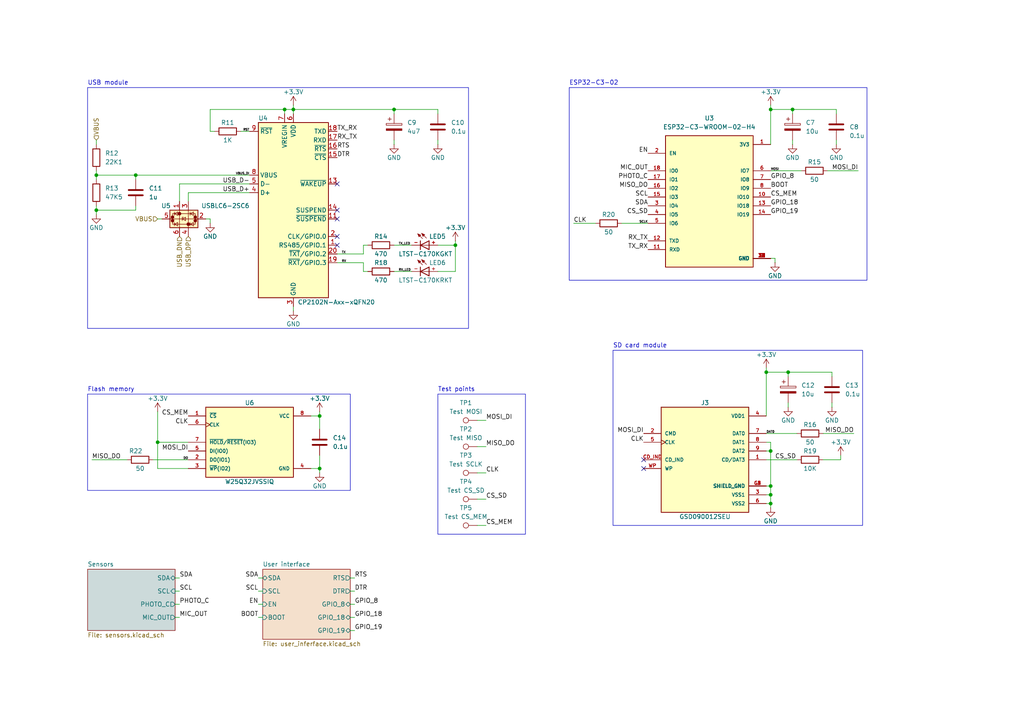
<source format=kicad_sch>
(kicad_sch (version 20250114) (generator "eeschema") (generator_version "9.0")
  (paper "A4")
  (title_block (title "ESP32 C3, USB and, flash memory") (date "2025-06-02") (rev "2") (company "Ing. Andrés Chaparro"))
  (lib_symbols
    (symbol "Connector:TestPoint" (pin_numbers (hide yes)) (pin_names (offset 0.762) (hide yes))
      (property "Reference" "TP" (at 0 6.858 0))
      (property "Value" "TestPoint" (at 0 5.08 0))
      (symbol "TestPoint_0_1"
        (circle (center 0 3.302) (radius 0.762))
      )
      (symbol "TestPoint_1_1"
        (pin passive line (at 0 0 90) (length 2.54) (name "1") (number "1"))
      )
    )
    (symbol "Device:C" (pin_numbers (hide yes)) (pin_names (offset 0.254))
      (property "Reference" "C" (at 0.635 2.54 0))
      (property "Value" "C" (at 0.635 -2.54 0))
      (symbol "C_0_1"
        (polyline (pts (xy -2.032 0.762) (xy 2.032 0.762)) (stroke (width 0.508)))
        (polyline (pts (xy -2.032 -0.762) (xy 2.032 -0.762)) (stroke (width 0.508)))
      )
      (symbol "C_1_1"
        (pin passive line (at 0 3.81 270) (length 2.794) (name "~") (number "1"))
        (pin passive line (at 0 -3.81 90) (length 2.794) (name "~") (number "2"))
      )
    )
    (symbol "Device:C_Polarized" (pin_numbers (hide yes)) (pin_names (offset 0.254))
      (property "Reference" "C" (at 0.635 2.54 0))
      (property "Value" "C_Polarized" (at 0.635 -2.54 0))
      (symbol "C_Polarized_0_1"
        (rectangle (start -2.286 0.508) (end 2.286 1.016))
        (polyline (pts (xy -1.778 2.286) (xy -0.762 2.286)))
        (polyline (pts (xy -1.27 2.794) (xy -1.27 1.778)))
        (rectangle (start 2.286 -0.508) (end -2.286 -1.016) (fill (type outline)))
      )
      (symbol "C_Polarized_1_1"
        (pin passive line (at 0 3.81 270) (length 2.794) (name "~") (number "1"))
        (pin passive line (at 0 -3.81 90) (length 2.794) (name "~") (number "2"))
      )
    )
    (symbol "Device:R" (pin_numbers (hide yes)) (pin_names (offset 0))
      (property "Reference" "R" (at 2.032 0 90))
      (property "Value" "R" (at 0 0 90))
      (symbol "R_0_1"
        (rectangle (start -1.016 -2.54) (end 1.016 2.54) (stroke (width 0.254)))
      )
      (symbol "R_1_1"
        (pin passive line (at 0 3.81 270) (length 1.27) (name "~") (number "1"))
        (pin passive line (at 0 -3.81 90) (length 1.27) (name "~") (number "2"))
      )
    )
    (symbol "ESP32-C3-WROOM-02-H4:ESP32-C3-WROOM-02-H4" (pin_names (offset 1.016))
      (property "Reference" "U" (at -12.7 21.082 0))
      (property "Value" "ESP32-C3-WROOM-02-H4" (at -12.7 -18.542 0))
      (symbol "ESP32-C3-WROOM-02-H4_0_0"
        (rectangle (start -12.7 -17.78) (end 12.7 20.32) (stroke (width 0.254)) (fill (type background)))
        (pin input line (at -17.78 15.24 0) (length 5.08) (name "EN") (number "2"))
        (pin bidirectional line (at -17.78 10.16 0) (length 5.08) (name "IO0") (number "18"))
        (pin bidirectional line (at -17.78 7.62 0) (length 5.08) (name "IO1") (number "17"))
        (pin bidirectional line (at -17.78 5.08 0) (length 5.08) (name "IO2") (number "16"))
        (pin bidirectional line (at -17.78 2.54 0) (length 5.08) (name "IO3") (number "15"))
        (pin bidirectional line (at -17.78 0 0) (length 5.08) (name "IO4") (number "3"))
        (pin bidirectional line (at -17.78 -2.54 0) (length 5.08) (name "IO5") (number "4"))
        (pin bidirectional line (at -17.78 -5.08 0) (length 5.08) (name "IO6") (number "5"))
        (pin bidirectional line (at -17.78 -10.16 0) (length 5.08) (name "TXD") (number "12"))
        (pin bidirectional line (at -17.78 -12.7 0) (length 5.08) (name "RXD") (number "11"))
        (pin power_in line (at 17.78 17.78 180) (length 5.08) (name "3V3") (number "1"))
        (pin bidirectional line (at 17.78 10.16 180) (length 5.08) (name "IO7") (number "6"))
        (pin bidirectional line (at 17.78 7.62 180) (length 5.08) (name "IO8") (number "7"))
        (pin bidirectional line (at 17.78 5.08 180) (length 5.08) (name "IO9") (number "8"))
        (pin bidirectional line (at 17.78 2.54 180) (length 5.08) (name "IO10") (number "10"))
        (pin bidirectional line (at 17.78 0 180) (length 5.08) (name "IO18") (number "13"))
        (pin bidirectional line (at 17.78 -2.54 180) (length 5.08) (name "IO19") (number "14"))
        (pin power_in line (at 17.78 -15.24 180) (length 5.08) (name "GND") (number "19"))
        (pin power_in line (at 17.78 -15.24 180) (length 5.08) (name "GND") (number "20"))
        (pin power_in line (at 17.78 -15.24 180) (length 5.08) (name "GND") (number "21"))
        (pin power_in line (at 17.78 -15.24 180) (length 5.08) (name "GND") (number "22"))
        (pin power_in line (at 17.78 -15.24 180) (length 5.08) (name "GND") (number "23"))
        (pin power_in line (at 17.78 -15.24 180) (length 5.08) (name "GND") (number "24"))
        (pin power_in line (at 17.78 -15.24 180) (length 5.08) (name "GND") (number "25"))
        (pin power_in line (at 17.78 -15.24 180) (length 5.08) (name "GND") (number "26"))
        (pin power_in line (at 17.78 -15.24 180) (length 5.08) (name "GND") (number "27"))
        (pin power_in line (at 17.78 -15.24 180) (length 5.08) (name "GND") (number "28"))
        (pin power_in line (at 17.78 -15.24 180) (length 5.08) (name "GND") (number "29"))
        (pin power_in line (at 17.78 -15.24 180) (length 5.08) (name "GND") (number "30"))
        (pin power_in line (at 17.78 -15.24 180) (length 5.08) (name "GND") (number "31"))
        (pin power_in line (at 17.78 -15.24 180) (length 5.08) (name "GND") (number "32"))
        (pin power_in line (at 17.78 -15.24 180) (length 5.08) (name "GND") (number "33"))
        (pin power_in line (at 17.78 -15.24 180) (length 5.08) (name "GND") (number "34"))
        (pin power_in line (at 17.78 -15.24 180) (length 5.08) (name "GND") (number "35"))
        (pin power_in line (at 17.78 -15.24 180) (length 5.08) (name "GND") (number "36"))
        (pin power_in line (at 17.78 -15.24 180) (length 5.08) (name "GND") (number "37"))
        (pin power_in line (at 17.78 -15.24 180) (length 5.08) (name "GND") (number "38"))
        (pin power_in line (at 17.78 -15.24 180) (length 5.08) (name "GND") (number "39"))
        (pin power_in line (at 17.78 -15.24 180) (length 5.08) (name "GND") (number "9"))
      )
    )
    (symbol "GSD090012SEU:GSD090012SEU" (pin_names (offset 1.016))
      (property "Reference" "J" (at -12.7 16.002 0))
      (property "Value" "GSD090012SEU" (at -12.7 -17.78 0))
      (symbol "GSD090012SEU_0_0"
        (rectangle (start -12.7 -15.24) (end 12.7 15.24) (stroke (width 0.254)) (fill (type background)))
        (pin bidirectional line (at -17.78 7.62 0) (length 5.08) (name "CMD") (number "2"))
        (pin bidirectional clock (at -17.78 5.08 0) (length 5.08) (name "CLK") (number "5"))
        (pin passive line (at -17.78 0 0) (length 5.08) (name "CD_IND") (number "CD_IND"))
        (pin passive line (at -17.78 -2.54 0) (length 5.08) (name "WP") (number "WP"))
        (pin power_in line (at 17.78 12.7 180) (length 5.08) (name "VDD1") (number "4"))
        (pin bidirectional line (at 17.78 7.62 180) (length 5.08) (name "DAT0") (number "7"))
        (pin bidirectional line (at 17.78 5.08 180) (length 5.08) (name "DAT1") (number "8"))
        (pin bidirectional line (at 17.78 2.54 180) (length 5.08) (name "DAT2") (number "9"))
        (pin bidirectional line (at 17.78 0 180) (length 5.08) (name "CD/DAT3") (number "1"))
        (pin power_in line (at 17.78 -7.62 180) (length 5.08) (name "SHIELD_GND") (number "G1"))
        (pin power_in line (at 17.78 -7.62 180) (length 5.08) (name "SHIELD_GND") (number "G2"))
        (pin power_in line (at 17.78 -7.62 180) (length 5.08) (name "SHIELD_GND") (number "G3"))
        (pin power_in line (at 17.78 -7.62 180) (length 5.08) (name "SHIELD_GND") (number "G4"))
        (pin power_in line (at 17.78 -10.16 180) (length 5.08) (name "VSS1") (number "3"))
        (pin power_in line (at 17.78 -12.7 180) (length 5.08) (name "VSS2") (number "6"))
      )
    )
    (symbol "Interface_USB:CP2102N-Axx-xQFN20"
      (property "Reference" "U" (at -8.89 26.67 0))
      (property "Value" "CP2102N-Axx-xQFN20" (at 12.7 26.67 0))
      (symbol "CP2102N-Axx-xQFN20_0_1"
        (rectangle (start -10.16 25.4) (end 10.16 -25.4) (stroke (width 0.254)) (fill (type background)))
      )
      (symbol "CP2102N-Axx-xQFN20_1_1"
        (pin input line (at -12.7 22.86 0) (length 2.54) (name "~{RST}") (number "9"))
        (pin input line (at -12.7 10.16 0) (length 2.54) (name "VBUS") (number "8"))
        (pin bidirectional line (at -12.7 7.62 0) (length 2.54) (name "D-") (number "5"))
        (pin bidirectional line (at -12.7 5.08 0) (length 2.54) (name "D+") (number "4"))
        (pin no_connect line (at -10.16 -22.86 0) (length 2.54) (hide yes) (name "NC") (number "10"))
        (pin power_in line (at -2.54 27.94 270) (length 2.54) (name "VREGIN") (number "7"))
        (pin power_in line (at 0 27.94 270) (length 2.54) (name "VDD") (number "6"))
        (pin passive line (at 0 -27.94 90) (length 2.54) (hide yes) (name "GND") (number "12"))
        (pin passive line (at 0 -27.94 90) (length 2.54) (hide yes) (name "GND") (number "21"))
        (pin power_in line (at 0 -27.94 90) (length 2.54) (name "GND") (number "3"))
        (pin output line (at 12.7 22.86 180) (length 2.54) (name "TXD") (number "18"))
        (pin input line (at 12.7 20.32 180) (length 2.54) (name "RXD") (number "17"))
        (pin output line (at 12.7 17.78 180) (length 2.54) (name "~{RTS}") (number "16"))
        (pin input line (at 12.7 15.24 180) (length 2.54) (name "~{CTS}") (number "15"))
        (pin input line (at 12.7 7.62 180) (length 2.54) (name "~{WAKEUP}") (number "13"))
        (pin output line (at 12.7 0 180) (length 2.54) (name "SUSPEND") (number "14"))
        (pin output line (at 12.7 -2.54 180) (length 2.54) (name "~{SUSPEND}") (number "11"))
        (pin bidirectional line (at 12.7 -7.62 180) (length 2.54) (name "CLK/GPIO.0") (number "2"))
        (pin bidirectional line (at 12.7 -10.16 180) (length 2.54) (name "RS485/GPIO.1") (number "1"))
        (pin bidirectional line (at 12.7 -12.7 180) (length 2.54) (name "~{TXT}/GPIO.2") (number "20"))
        (pin bidirectional line (at 12.7 -15.24 180) (length 2.54) (name "~{RXT}/GPIO.3") (number "19"))
      )
    )
    (symbol "LTST-C170KGKT:LTST-C170KGKT" (pin_names (offset 1.016))
      (property "Reference" "D" (at -2.0353 4.0705 0))
      (property "Value" "LTST-C170KGKT" (at -2.0323 -5.7159 0))
      (symbol "LTST-C170KGKT_0_0"
        (polyline (pts (xy -0.762 3.302) (xy 0.127 2.921) (xy -0.381 2.413) (xy -0.762 3.302)) (stroke (width 0.1524)) (fill (type outline)))
        (polyline (pts (xy 0 0) (xy 0 1.27)) (stroke (width 0.254)))
        (polyline (pts (xy 0 0) (xy 2.54 1.27)) (stroke (width 0.254)))
        (polyline (pts (xy 0 -1.27) (xy 0 0)) (stroke (width 0.254)))
        (polyline (pts (xy 0.381 3.429) (xy 1.27 3.048) (xy 0.762 2.54) (xy 0.381 3.429)) (stroke (width 0.1524)) (fill (type outline)))
        (polyline (pts (xy 0.635 1.905) (xy -0.762 3.302)) (stroke (width 0.1524)))
        (polyline (pts (xy 1.778 2.032) (xy 0.381 3.429)) (stroke (width 0.1524)))
        (polyline (pts (xy 2.54 0) (xy 0 0)) (stroke (width 0.1524)))
        (polyline (pts (xy 2.54 0) (xy 2.54 1.27)) (stroke (width 0.254)))
        (polyline (pts (xy 2.54 -1.27) (xy 0 0)) (stroke (width 0.254)))
        (polyline (pts (xy 2.54 -1.27) (xy 2.54 0)) (stroke (width 0.254)))
        (pin passive line (at -2.54 0 0) (length 2.54) (name "~") (number "-"))
        (pin passive line (at 5.08 0 180) (length 2.54) (name "~") (number "+"))
      )
    )
    (symbol "LTST-C170KRKT:LTST-C170KRKT" (pin_names (offset 1.016))
      (property "Reference" "D" (at -2.0343 4.0686 0))
      (property "Value" "LTST-C170KRKT" (at -2.0325 -5.7164 0))
      (symbol "LTST-C170KRKT_0_0"
        (polyline (pts (xy -0.762 3.302) (xy 0.127 2.921) (xy -0.381 2.413) (xy -0.762 3.302)) (stroke (width 0.1524)) (fill (type outline)))
        (polyline (pts (xy 0 0) (xy 0 1.27)) (stroke (width 0.254)))
        (polyline (pts (xy 0 0) (xy 2.54 1.27)) (stroke (width 0.254)))
        (polyline (pts (xy 0 -1.27) (xy 0 0)) (stroke (width 0.254)))
        (polyline (pts (xy 0.381 3.429) (xy 1.27 3.048) (xy 0.762 2.54) (xy 0.381 3.429)) (stroke (width 0.1524)) (fill (type outline)))
        (polyline (pts (xy 0.635 1.905) (xy -0.762 3.302)) (stroke (width 0.1524)))
        (polyline (pts (xy 1.778 2.032) (xy 0.381 3.429)) (stroke (width 0.1524)))
        (polyline (pts (xy 2.54 0) (xy 0 0)) (stroke (width 0.1524)))
        (polyline (pts (xy 2.54 0) (xy 2.54 1.27)) (stroke (width 0.254)))
        (polyline (pts (xy 2.54 -1.27) (xy 0 0)) (stroke (width 0.254)))
        (polyline (pts (xy 2.54 -1.27) (xy 2.54 0)) (stroke (width 0.254)))
        (pin passive line (at -2.54 0 0) (length 2.54) (name "~") (number "-"))
        (pin passive line (at 5.08 0 180) (length 2.54) (name "~") (number "+"))
      )
    )
    (symbol "Power_Protection:USBLC6-2SC6" (pin_names (hide yes))
      (property "Reference" "U" (at 0.635 5.715 0))
      (property "Value" "USBLC6-2SC6" (at 0.635 3.81 0))
      (symbol "USBLC6-2SC6_0_0"
        (circle (center -1.524 0) (radius 0.0001) (stroke (width 0.508)))
        (circle (center -0.508 2.032) (radius 0.0001) (stroke (width 0.508)))
        (circle (center -0.508 -4.572) (radius 0.0001) (stroke (width 0.508)))
        (circle (center 0.508 2.032) (radius 0.0001) (stroke (width 0.508)))
        (circle (center 0.508 -4.572) (radius 0.0001) (stroke (width 0.508)))
        (circle (center 1.524 -2.54) (radius 0.0001) (stroke (width 0.508)))
      )
      (symbol "USBLC6-2SC6_0_1"
        (polyline (pts (xy -2.54 0) (xy 2.54 0)))
        (polyline (pts (xy -2.54 -2.54) (xy 2.54 -2.54)))
        (polyline (pts (xy -2.032 0.508) (xy -1.016 0.508) (xy -1.524 1.524) (xy -2.032 0.508)))
        (polyline (pts (xy -2.032 -3.048) (xy -1.016 -3.048)))
        (polyline (pts (xy -1.016 1.524) (xy -2.032 1.524)))
        (polyline (pts (xy -1.016 -4.064) (xy -2.032 -4.064) (xy -1.524 -3.048) (xy -1.016 -4.064)))
        (polyline (pts (xy -0.508 -1.143) (xy -0.508 -0.762) (xy 0.508 -0.762)))
        (polyline (pts (xy 0 2.54) (xy -0.508 2.032) (xy 0.508 2.032) (xy 0 1.524) (xy 0 -4.064) (xy -0.508 -4.572) (xy 0.508 -4.572) (xy 0 -5.08)))
        (polyline (pts (xy 0.508 -1.778) (xy -0.508 -1.778) (xy 0 -0.762) (xy 0.508 -1.778)))
        (polyline (pts (xy 1.016 1.524) (xy 2.032 1.524)))
        (polyline (pts (xy 1.016 -3.048) (xy 2.032 -3.048)))
        (polyline (pts (xy 2.032 0.508) (xy 1.016 0.508) (xy 1.524 1.524) (xy 2.032 0.508)))
        (polyline (pts (xy 2.032 -4.064) (xy 1.016 -4.064) (xy 1.524 -3.048) (xy 2.032 -4.064)))
      )
      (symbol "USBLC6-2SC6_1_1"
        (rectangle (start -2.54 2.794) (end 2.54 -5.334) (stroke (width 0.254)) (fill (type background)))
        (polyline (pts (xy -0.508 2.032) (xy -1.524 2.032) (xy -1.524 -4.572) (xy -0.508 -4.572)))
        (polyline (pts (xy 0.508 -4.572) (xy 1.524 -4.572) (xy 1.524 2.032) (xy 0.508 2.032)))
        (pin passive line (at -5.08 0 0) (length 2.54) (name "I/O1") (number "1"))
        (pin passive line (at -5.08 -2.54 0) (length 2.54) (name "I/O2") (number "3"))
        (pin passive line (at 0 5.08 270) (length 2.54) (name "VBUS") (number "5"))
        (pin passive line (at 0 -7.62 90) (length 2.54) (name "GND") (number "2"))
        (pin passive line (at 5.08 0 180) (length 2.54) (name "I/O1") (number "6"))
        (pin passive line (at 5.08 -2.54 180) (length 2.54) (name "I/O2") (number "4"))
      )
    )
    (symbol "W25Q32JVSSIQ:W25Q32JVSSIQ" (pin_names (offset 1.016))
      (property "Reference" "U" (at -12.4723 10.945 0))
      (property "Value" "W25Q32JVSSIQ" (at -12.4744 -12.2198 0))
      (symbol "W25Q32JVSSIQ_0_0"
        (rectangle (start -12.7 -10.16) (end 12.7 10.16) (stroke (width 0.254)) (fill (type background)))
        (pin input line (at -17.78 7.62 0) (length 5.08) (name "~{CS}") (number "1"))
        (pin input clock (at -17.78 5.08 0) (length 5.08) (name "CLK") (number "6"))
        (pin bidirectional line (at -17.78 0 0) (length 5.08) (name "~{HOLD}/~{RESET}(IO3)") (number "7"))
        (pin bidirectional line (at -17.78 -2.54 0) (length 5.08) (name "DI(IO0)") (number "5"))
        (pin bidirectional line (at -17.78 -5.08 0) (length 5.08) (name "DO(IO1)") (number "2"))
        (pin bidirectional line (at -17.78 -7.62 0) (length 5.08) (name "~{WP}(IO2)") (number "3"))
        (pin power_in line (at 17.78 7.62 180) (length 5.08) (name "VCC") (number "8"))
        (pin power_in line (at 17.78 -7.62 180) (length 5.08) (name "GND") (number "4"))
      )
    )
    (symbol "power:+3.3V" (power) (pin_numbers (hide yes)) (pin_names (offset 0) (hide yes))
      (property "Value" "+3.3V" (at 0 3.556 0))
      (symbol "+3.3V_0_1"
        (polyline (pts (xy -0.762 1.27) (xy 0 2.54)))
        (polyline (pts (xy 0 2.54) (xy 0.762 1.27)))
        (polyline (pts (xy 0 0) (xy 0 2.54)))
      )
      (symbol "+3.3V_1_1"
        (pin power_in line (at 0 0 90) (length 0) (name "~") (number "1"))
      )
    )
    (symbol "power:GND" (power) (pin_numbers (hide yes)) (pin_names (offset 0) (hide yes))
      (property "Value" "GND" (at 0 -3.81 0))
      (symbol "GND_0_1"
        (polyline (pts (xy 0 0) (xy 0 -1.27) (xy 1.27 -1.27) (xy 0 -2.54) (xy -1.27 -1.27) (xy 0 -1.27)))
      )
      (symbol "GND_1_1"
        (pin power_in line (at 0 0 270) (length 0) (name "~") (number "1"))
      )
    )
  )
  (rectangle (start 177.8 101.6) (end 250.19 152.4))
  (rectangle (start 25.4 114.3) (end 101.6 142.24))
  (rectangle (start 127 114.3) (end 152.4 154.94))
  (rectangle (start 25.4 25.4) (end 135.89 95.25))
  (rectangle (start 165.1 25.4) (end 251.46 81.28))
  (text "USB module" (at 25.4 24.13 0) (effects (font (size 1.27 1.27)) (justify left)))
  (text "ESP32-C3-02" (at 165.1 24.13 0) (effects (font (size 1.27 1.27)) (justify left)))
  (text "SD card module" (at 177.8 100.33 0) (effects (font (size 1.27 1.27)) (justify left)))
  (text "Test points" (at 127 113.03 0) (effects (font (size 1.27 1.27)) (justify left)))
  (text "Flash memory" (at 25.4 113.03 0) (effects (font (size 1.27 1.27)) (justify left)))
  (junction (at 45.72 128.27))
  (junction (at 132.08 71.12))
  (junction (at 27.94 50.8))
  (junction (at 114.3 31.75))
  (junction (at 229.87 31.75))
  (junction (at 223.52 31.75))
  (junction (at 223.52 140.97))
  (junction (at 222.25 107.95))
  (junction (at 223.52 130.81))
  (junction (at 228.6 107.95))
  (junction (at 85.09 31.75))
  (junction (at 27.94 60.96))
  (junction (at 39.37 50.8))
  (junction (at 223.52 143.51))
  (junction (at 92.71 135.89))
  (junction (at 92.71 120.65))
  (junction (at 223.52 146.05))
  (junction (at 82.55 31.75))
  (no_connect (at 97.79 63.5))
  (no_connect (at 97.79 60.96))
  (no_connect (at 97.79 68.58))
  (no_connect (at 97.79 71.12))
  (no_connect (at 186.69 133.35))
  (no_connect (at 97.79 53.34))
  (no_connect (at 186.69 135.89))
  (wire (pts (xy 27.94 50.8) (xy 39.37 50.8)))
  (wire (pts (xy 114.3 78.74) (xy 119.38 78.74)))
  (wire (pts (xy 238.76 133.35) (xy 243.84 133.35)))
  (wire (pts (xy 223.52 74.93) (xy 224.79 74.93)))
  (wire (pts (xy 54.61 128.27) (xy 45.72 128.27)))
  (wire (pts (xy 59.69 63.5) (xy 60.96 63.5)))
  (wire (pts (xy 127 40.64) (xy 127 41.91)))
  (wire (pts (xy 132.08 69.85) (xy 132.08 71.12)))
  (wire (pts (xy 39.37 60.96) (xy 39.37 59.69)))
  (wire (pts (xy 74.93 171.45) (xy 76.2 171.45)))
  (wire (pts (xy 44.45 133.35) (xy 54.61 133.35)))
  (wire (pts (xy 222.25 128.27) (xy 223.52 128.27)))
  (wire (pts (xy 222.25 107.95) (xy 222.25 120.65)))
  (wire (pts (xy 27.94 62.23) (xy 27.94 60.96)))
  (wire (pts (xy 92.71 132.08) (xy 92.71 135.89)))
  (wire (pts (xy 60.96 38.1) (xy 62.23 38.1)))
  (wire (pts (xy 45.72 135.89) (xy 54.61 135.89)))
  (wire (pts (xy 105.41 78.74) (xy 106.68 78.74)))
  (wire (pts (xy 241.3 116.84) (xy 241.3 118.11)))
  (wire (pts (xy 82.55 31.75) (xy 82.55 33.02)))
  (wire (pts (xy 27.94 40.64) (xy 27.94 41.91)))
  (wire (pts (xy 50.8 171.45) (xy 52.07 171.45)))
  (wire (pts (xy 54.61 58.42) (xy 54.61 55.88)))
  (wire (pts (xy 60.96 31.75) (xy 60.96 38.1)))
  (wire (pts (xy 243.84 133.35) (xy 243.84 132.08)))
  (wire (pts (xy 114.3 40.64) (xy 114.3 41.91)))
  (wire (pts (xy 223.52 128.27) (xy 223.52 130.81)))
  (wire (pts (xy 229.87 40.64) (xy 229.87 41.91)))
  (wire (pts (xy 180.34 64.77) (xy 187.96 64.77)))
  (wire (pts (xy 222.25 130.81) (xy 223.52 130.81)))
  (wire (pts (xy 85.09 31.75) (xy 82.55 31.75)))
  (wire (pts (xy 27.94 60.96) (xy 39.37 60.96)))
  (wire (pts (xy 138.43 129.54) (xy 140.97 129.54)))
  (wire (pts (xy 85.09 31.75) (xy 114.3 31.75)))
  (wire (pts (xy 229.87 31.75) (xy 242.57 31.75)))
  (wire (pts (xy 224.79 74.93) (xy 224.79 76.2)))
  (wire (pts (xy 127 33.02) (xy 127 31.75)))
  (wire (pts (xy 247.65 125.73) (xy 238.76 125.73)))
  (wire (pts (xy 45.72 135.89) (xy 45.72 128.27)))
  (wire (pts (xy 105.41 71.12) (xy 106.68 71.12)))
  (wire (pts (xy 228.6 116.84) (xy 228.6 118.11)))
  (wire (pts (xy 127 71.12) (xy 132.08 71.12)))
  (wire (pts (xy 223.52 146.05) (xy 223.52 147.32)))
  (wire (pts (xy 127 78.74) (xy 132.08 78.74)))
  (wire (pts (xy 223.52 49.53) (xy 232.41 49.53)))
  (wire (pts (xy 228.6 107.95) (xy 222.25 107.95)))
  (wire (pts (xy 223.52 140.97) (xy 222.25 140.97)))
  (wire (pts (xy 90.17 135.89) (xy 92.71 135.89)))
  (wire (pts (xy 101.6 175.26) (xy 102.87 175.26)))
  (wire (pts (xy 82.55 31.75) (xy 60.96 31.75)))
  (wire (pts (xy 222.25 133.35) (xy 231.14 133.35)))
  (wire (pts (xy 223.52 31.75) (xy 223.52 41.91)))
  (wire (pts (xy 50.8 179.07) (xy 52.07 179.07)))
  (wire (pts (xy 85.09 30.48) (xy 85.09 31.75)))
  (wire (pts (xy 138.43 144.78) (xy 140.97 144.78)))
  (wire (pts (xy 105.41 76.2) (xy 105.41 78.74)))
  (wire (pts (xy 50.8 167.64) (xy 52.07 167.64)))
  (wire (pts (xy 222.25 125.73) (xy 231.14 125.73)))
  (wire (pts (xy 101.6 167.64) (xy 102.87 167.64)))
  (wire (pts (xy 242.57 40.64) (xy 242.57 41.91)))
  (wire (pts (xy 223.52 143.51) (xy 222.25 143.51)))
  (wire (pts (xy 74.93 167.64) (xy 76.2 167.64)))
  (wire (pts (xy 138.43 152.4) (xy 140.97 152.4)))
  (wire (pts (xy 248.92 49.53) (xy 240.03 49.53)))
  (wire (pts (xy 223.52 30.48) (xy 223.52 31.75)))
  (wire (pts (xy 101.6 182.88) (xy 102.87 182.88)))
  (wire (pts (xy 27.94 49.53) (xy 27.94 50.8)))
  (wire (pts (xy 228.6 107.95) (xy 241.3 107.95)))
  (wire (pts (xy 138.43 121.92) (xy 140.97 121.92)))
  (wire (pts (xy 92.71 119.38) (xy 92.71 120.65)))
  (wire (pts (xy 223.52 143.51) (xy 223.52 146.05)))
  (wire (pts (xy 222.25 106.68) (xy 222.25 107.95)))
  (wire (pts (xy 223.52 130.81) (xy 223.52 140.97)))
  (wire (pts (xy 50.8 175.26) (xy 52.07 175.26)))
  (wire (pts (xy 222.25 146.05) (xy 223.52 146.05)))
  (wire (pts (xy 223.52 31.75) (xy 229.87 31.75)))
  (wire (pts (xy 228.6 107.95) (xy 228.6 109.22)))
  (wire (pts (xy 114.3 31.75) (xy 127 31.75)))
  (wire (pts (xy 101.6 179.07) (xy 102.87 179.07)))
  (wire (pts (xy 74.93 175.26) (xy 76.2 175.26)))
  (wire (pts (xy 241.3 107.95) (xy 241.3 109.22)))
  (wire (pts (xy 223.52 140.97) (xy 223.52 143.51)))
  (wire (pts (xy 39.37 50.8) (xy 39.37 52.07)))
  (wire (pts (xy 92.71 135.89) (xy 92.71 137.16)))
  (wire (pts (xy 92.71 120.65) (xy 92.71 124.46)))
  (wire (pts (xy 45.72 119.38) (xy 45.72 128.27)))
  (wire (pts (xy 97.79 76.2) (xy 105.41 76.2)))
  (wire (pts (xy 90.17 120.65) (xy 92.71 120.65)))
  (wire (pts (xy 27.94 50.8) (xy 27.94 52.07)))
  (wire (pts (xy 27.94 60.96) (xy 27.94 59.69)))
  (wire (pts (xy 114.3 71.12) (xy 119.38 71.12)))
  (wire (pts (xy 114.3 31.75) (xy 114.3 33.02)))
  (wire (pts (xy 166.37 64.77) (xy 172.72 64.77)))
  (wire (pts (xy 69.85 38.1) (xy 72.39 38.1)))
  (wire (pts (xy 105.41 73.66) (xy 105.41 71.12)))
  (wire (pts (xy 85.09 33.02) (xy 85.09 31.75)))
  (wire (pts (xy 52.07 58.42) (xy 52.07 53.34)))
  (wire (pts (xy 101.6 171.45) (xy 102.87 171.45)))
  (wire (pts (xy 60.96 63.5) (xy 60.96 64.77)))
  (wire (pts (xy 45.72 63.5) (xy 46.99 63.5)))
  (wire (pts (xy 26.67 133.35) (xy 36.83 133.35)))
  (wire (pts (xy 52.07 53.34) (xy 72.39 53.34)))
  (wire (pts (xy 97.79 73.66) (xy 105.41 73.66)))
  (wire (pts (xy 54.61 55.88) (xy 72.39 55.88)))
  (wire (pts (xy 39.37 50.8) (xy 72.39 50.8)))
  (wire (pts (xy 138.43 137.16) (xy 140.97 137.16)))
  (wire (pts (xy 132.08 71.12) (xy 132.08 78.74)))
  (wire (pts (xy 85.09 88.9) (xy 85.09 90.17)))
  (wire (pts (xy 229.87 31.75) (xy 229.87 33.02)))
  (wire (pts (xy 74.93 179.07) (xy 76.2 179.07)))
  (wire (pts (xy 242.57 31.75) (xy 242.57 33.02)))
  (label "VBUS_DI" (at 72.39 50.8 180) (effects (font (size 0.63 0.63))))
  (label "TX_LED" (at 115.57 71.12 0) (effects (font (size 0.63 0.63))))
  (label "GPIO_8" (at 223.52 52.07 0))
  (label "TX_RX" (at 187.96 72.39 180))
  (label "SCL" (at 187.96 57.15 180))
  (label "CS_MEM" (at 54.61 120.65 180))
  (label "CS_SD" (at 224.79 133.35 0))
  (label "DAT0" (at 222.25 125.73 0) (effects (font (size 0.63 0.63))))
  (label "DTR" (at 97.79 45.72 0))
  (label "RTS" (at 97.79 43.18 0))
  (label "SCLK" (at 187.96 64.77 180) (effects (font (size 0.63 0.63))))
  (label "EN" (at 74.93 175.26 180))
  (label "TX_RX" (at 97.79 38.1 0))
  (label "BOOT" (at 223.52 54.61 0))
  (label "MOSI_DI" (at 186.69 125.73 180))
  (label "MISO_DO" (at 140.97 129.54 0))
  (label "PHOTO_C" (at 52.07 175.26 0))
  (label "SDA" (at 187.96 59.69 180))
  (label "RX_TX" (at 187.96 69.85 180))
  (label "CLK" (at 54.61 123.19 180))
  (label "RX_LED" (at 115.57 78.74 0) (effects (font (size 0.63 0.63))))
  (label "MOSI_DI" (at 248.92 49.53 180))
  (label "USB_D-" (at 72.39 53.34 180))
  (label "MIC_OUT" (at 187.96 49.53 180))
  (label "MOSI_DI" (at 140.97 121.92 0))
  (label "SCL" (at 74.93 171.45 180))
  (label "MOSI" (at 223.52 49.53 0) (effects (font (size 0.63 0.63))))
  (label "CS_SD" (at 140.97 144.78 0))
  (label "CLK" (at 166.37 64.77 0))
  (label "CS_MEM" (at 223.52 57.15 0))
  (label "GPIO_19" (at 223.52 62.23 0))
  (label "SCL" (at 52.07 171.45 0))
  (label "USB_D+" (at 72.39 55.88 180))
  (label "RX_TX" (at 97.79 40.64 0))
  (label "GPIO_19" (at 102.87 182.88 0))
  (label "MISO_DO" (at 187.96 54.61 180))
  (label "GPIO_8" (at 102.87 175.26 0))
  (label "SDA" (at 74.93 167.64 180))
  (label "MOSI_DI" (at 54.61 130.81 180))
  (label "RTS" (at 102.87 167.64 0))
  (label "DTR" (at 102.87 171.45 0))
  (label "CLK" (at 186.69 128.27 180))
  (label "CS_SD" (at 187.96 62.23 180))
  (label "TX" (at 99.06 73.66 0) (effects (font (size 0.63 0.63))))
  (label "PHOTO_C" (at 187.96 52.07 180))
  (label "MISO_DO" (at 26.67 133.35 0))
  (label "DO" (at 54.61 133.35 180) (effects (font (size 0.63 0.63))))
  (label "MISO_DO" (at 247.65 125.73 180))
  (label "SDA" (at 52.07 167.64 0))
  (label "MIC_OUT" (at 52.07 179.07 0))
  (label "EN" (at 187.96 44.45 180))
  (label "RST" (at 72.39 38.1 180) (effects (font (size 0.63 0.63))))
  (label "GPIO_18" (at 102.87 179.07 0))
  (label "GPIO_18" (at 223.52 59.69 0))
  (label "CS_MEM" (at 140.97 152.4 0))
  (label "RX" (at 99.06 76.2 0) (effects (font (size 0.63 0.63))))
  (label "CLK" (at 140.97 137.16 0))
  (label "BOOT" (at 74.93 179.07 180))
  (hierarchical_label "VBUS" (shape input) (at 27.94 40.64 90))
  (hierarchical_label "USB_DP" (shape input) (at 54.61 68.58 270))
  (hierarchical_label "VBUS" (shape input) (at 45.72 63.5 180))
  (hierarchical_label "USB_DN" (shape input) (at 52.07 68.58 270))
  (symbol (lib_id "Connector:TestPoint") (at 138.43 152.4 90) (unit 1)
    (property "Reference" "TP5" (at 135.128 147.32 90))
    (property "Value" "Test CS_MEM" (at 135.128 149.86 90))
    (property "Footprint" "TestPoint:TestPoint_Pad_D1.0mm" (effects (hide yes)))
    (property "Description" "test point" (effects (hide yes)))
  )
  (symbol (lib_id "Device:C") (at 92.71 128.27 0) (unit 1)
    (property "Reference" "C14" (at 96.52 126.9999 0) (effects (justify left)))
    (property "Value" "0.1u" (at 96.52 129.5399 0) (effects (justify left)))
    (property "Footprint" "Capacitor_SMD:C_0805_2012Metric" (effects (hide yes)))
    (property "Description" "Unpolarized capacitor" (effects (hide yes)))
  )
  (symbol (lib_id "power:+3.3V") (at 92.71 119.38 0) (unit 1)
    (property "Reference" "#PWR044" (effects (hide yes)))
    (property "Value" "+3.3V" (at 92.71 115.57 0))
    (property "Description" "Power symbol creates a global label with name \"+3.3V\"" (effects (hide yes)))
  )
  (symbol (lib_id "power:GND") (at 241.3 118.11 0) (unit 1)
    (property "Reference" "#PWR039" (effects (hide yes)))
    (property "Value" "GND" (at 241.3 121.92 0))
    (property "Description" "Power symbol creates a global label with name \"GND\" , ground" (effects (hide yes)))
  )
  (symbol (lib_id "LTST-C170KRKT:LTST-C170KRKT") (at 121.92 78.74 0) (unit 1)
    (property "Reference" "LED6" (at 124.46 76.2 0) (effects (justify left)))
    (property "Value" "LTST-C170KRKT" (at 115.57 81.28 0) (effects (justify left)))
    (property "Footprint" "footprints:DIOC200X125X110" (effects (hide yes)))
    (property "MF" "Lite-On Inc." (effects (hide yes)))
    (property "Description_1" "Red 631nm LED Indication - Discrete 2V 0805 (2012 Metric)" (effects (hide yes)))
    (property "Package" "0805 Lite-On" (effects (hide yes)))
    (property "Price" "None" (effects (hide yes)))
    (property "Check_prices" "https://www.snapeda.com/parts/LTST-C170KRKT/Lite-On/view-part/?ref=eda" (effects (hide yes)))
    (property "SnapEDA_Link" "https://www.snapeda.com/parts/LTST-C170KRKT/Lite-On/view-part/?ref=snap" (effects (hide yes)))
    (property "MP" "LTST-C170KRKT" (effects (hide yes)))
    (property "Availability" "In Stock" (effects (hide yes)))
    (property "MANUFACTURER" "LiteOn" (effects (hide yes)))
  )
  (symbol (lib_id "Device:R") (at 110.49 71.12 90) (unit 1)
    (property "Reference" "R14" (at 110.49 68.58 90))
    (property "Value" "470" (at 110.49 73.66 90))
    (property "Footprint" "Resistor_SMD:R_0805_2012Metric" (effects (hide yes)))
    (property "Description" "Resistor" (effects (hide yes)))
  )
  (symbol (lib_id "Interface_USB:CP2102N-Axx-xQFN20") (at 85.09 60.96 0) (unit 1)
    (property "Reference" "U4" (at 74.93 34.29 0) (effects (justify left)))
    (property "Value" "CP2102N-Axx-xQFN20" (at 86.36 87.63 0) (effects (justify left)))
    (property "Footprint" "footprints:WFQFN-20" (effects (hide yes)))
    (property "Datasheet" "https://www.silabs.com/documents/public/data-sheets/cp2102n-datasheet.pdf" (effects (hide yes)))
    (property "Description" "USB to UART master bridge, QFN-20" (effects (hide yes)))
  )
  (symbol (lib_id "power:GND") (at 223.52 147.32 0) (unit 1)
    (property "Reference" "#PWR038" (effects (hide yes)))
    (property "Value" "GND" (at 223.52 151.13 0))
    (property "Description" "Power symbol creates a global label with name \"GND\" , ground" (effects (hide yes)))
  )
  (symbol (lib_id "Connector:TestPoint") (at 138.43 137.16 90) (unit 1)
    (property "Reference" "TP3" (at 135.128 132.08 90))
    (property "Value" "Test SCLK" (at 135.128 134.62 90))
    (property "Footprint" "TestPoint:TestPoint_Pad_D1.0mm" (effects (hide yes)))
    (property "Description" "test point" (effects (hide yes)))
  )
  (symbol (lib_id "Device:C_Polarized") (at 228.6 113.03 0) (unit 1)
    (property "Reference" "C12" (at 232.41 111.76 0) (effects (justify left)))
    (property "Value" "10u" (at 232.41 114.3 0) (effects (justify left)))
    (property "Footprint" "footprints:T491A106K010AT" (effects (hide yes)))
    (property "Description" "Polarized capacitor" (effects (hide yes)))
  )
  (symbol (lib_id "W25Q32JVSSIQ:W25Q32JVSSIQ") (at 72.39 128.27 0) (unit 1)
    (property "Reference" "U6" (at 72.39 116.84 0))
    (property "Value" "W25Q32JVSSIQ" (at 72.39 139.7 0))
    (property "Footprint" "footprints:SOIC127P790X216-8N" (effects (hide yes)))
    (property "MF" "Winbond" (effects (hide yes)))
    (property "Description_1" "FLASH - NOR Memory IC 32Mb (4M x 8) SPI - Quad I/O 133 MHz 8-SOIC" (effects (hide yes)))
    (property "Package" "SOIC-8 Winbond" (effects (hide yes)))
    (property "Price" "None" (effects (hide yes)))
    (property "SnapEDA_Link" "https://www.snapeda.com/parts/W25Q32JVSSIQ/Winbond/view-part/?ref=snap" (effects (hide yes)))
    (property "MP" "W25Q32JVSSIQ" (effects (hide yes)))
    (property "M_PART_NUMBER" "W25QXX" (effects (hide yes)))
    (property "Availability" "In Stock" (effects (hide yes)))
    (property "Check_prices" "https://www.snapeda.com/parts/W25Q32JVSSIQ/Winbond/view-part/?ref=eda" (effects (hide yes)))
  )
  (symbol (lib_id "Device:C") (at 39.37 55.88 0) (unit 1)
    (property "Reference" "C11" (at 43.18 54.6099 0) (effects (justify left)))
    (property "Value" "1u" (at 43.18 57.1499 0) (effects (justify left)))
    (property "Footprint" "Capacitor_SMD:C_0805_2012Metric" (effects (hide yes)))
    (property "Description" "Unpolarized capacitor" (effects (hide yes)))
  )
  (symbol (lib_id "Device:R") (at 40.64 133.35 90) (unit 1)
    (property "Reference" "R22" (at 39.37 130.81 90))
    (property "Value" "50" (at 40.64 135.89 90))
    (property "Footprint" "Resistor_SMD:R_0805_2012Metric" (effects (hide yes)))
    (property "Description" "Resistor" (effects (hide yes)))
  )
  (symbol (lib_id "Connector:TestPoint") (at 138.43 144.78 90) (unit 1)
    (property "Reference" "TP4" (at 135.128 139.7 90))
    (property "Value" "Test CS_SD" (at 135.128 142.24 90))
    (property "Footprint" "TestPoint:TestPoint_Pad_D1.0mm" (effects (hide yes)))
    (property "Description" "test point" (effects (hide yes)))
  )
  (symbol (lib_id "power:+3.3V") (at 45.72 119.38 0) (unit 1)
    (property "Reference" "#PWR042" (effects (hide yes)))
    (property "Value" "+3.3V" (at 45.72 115.57 0))
    (property "Description" "Power symbol creates a global label with name \"+3.3V\"" (effects (hide yes)))
  )
  (symbol (lib_id "power:GND") (at 127 41.91 0) (unit 1)
    (property "Reference" "#PWR030" (effects (hide yes)))
    (property "Value" "GND" (at 127 45.72 0))
    (property "Description" "Power symbol creates a global label with name \"GND\" , ground" (effects (hide yes)))
  )
  (symbol (lib_id "Device:C") (at 127 36.83 0) (unit 1)
    (property "Reference" "C10" (at 130.81 35.5599 0) (effects (justify left)))
    (property "Value" "0.1u" (at 130.81 38.0999 0) (effects (justify left)))
    (property "Footprint" "Capacitor_SMD:C_0805_2012Metric" (effects (hide yes)))
    (property "Description" "Unpolarized capacitor" (effects (hide yes)))
  )
  (symbol (lib_id "power:+3.3V") (at 85.09 30.48 0) (unit 1)
    (property "Reference" "#PWR028" (effects (hide yes)))
    (property "Value" "+3.3V" (at 85.09 26.67 0))
    (property "Description" "Power symbol creates a global label with name \"+3.3V\"" (effects (hide yes)))
  )
  (symbol (lib_id "Device:R") (at 236.22 49.53 90) (unit 1)
    (property "Reference" "R15" (at 236.22 46.99 90))
    (property "Value" "50" (at 236.22 52.07 90))
    (property "Footprint" "Resistor_SMD:R_0805_2012Metric" (effects (hide yes)))
    (property "Description" "Resistor" (effects (hide yes)))
  )
  (symbol (lib_id "power:GND") (at 242.57 41.91 0) (unit 1)
    (property "Reference" "#PWR035" (effects (hide yes)))
    (property "Value" "GND" (at 242.57 45.72 0))
    (property "Description" "Power symbol creates a global label with name \"GND\" , ground" (effects (hide yes)))
  )
  (symbol (lib_id "power:GND") (at 229.87 41.91 0) (unit 1)
    (property "Reference" "#PWR034" (effects (hide yes)))
    (property "Value" "GND" (at 229.87 45.72 0))
    (property "Description" "Power symbol creates a global label with name \"GND\" , ground" (effects (hide yes)))
  )
  (symbol (lib_id "Device:C") (at 241.3 113.03 0) (unit 1)
    (property "Reference" "C13" (at 245.11 111.7599 0) (effects (justify left)))
    (property "Value" "0.1u" (at 245.11 114.2999 0) (effects (justify left)))
    (property "Footprint" "Capacitor_SMD:C_0805_2012Metric" (effects (hide yes)))
    (property "Description" "Unpolarized capacitor" (effects (hide yes)))
  )
  (symbol (lib_id "ESP32-C3-WROOM-02-H4:ESP32-C3-WROOM-02-H4") (at 205.74 59.69 0) (unit 1)
    (property "Reference" "U3" (at 205.74 34.29 0))
    (property "Value" "ESP32-C3-WROOM-02-H4" (at 205.74 36.83 0))
    (property "Footprint" "footprints:MODULE_ESP32-C3-WROOM-02-H4" (effects (hide yes)))
    (property "MF" "Espressif Systems" (effects (hide yes)))
    (property "Description_1" "WiFi Modules (802.11) (Engineering Samples) SMD module, ESP32-C3, 4MB SPI flash, PCB antenna, -40 C +105 C" (effects (hide yes)))
    (property "Package" "Package" (effects (hide yes)))
    (property "Price" "None" (effects (hide yes)))
    (property "Check_prices" "https://www.snapeda.com/parts/ESP32-C3-WROOM-02-H4/Espressif+Systems/view-part/?ref=eda" (effects (hide yes)))
    (property "SnapEDA_Link" "https://www.snapeda.com/parts/ESP32-C3-WROOM-02-H4/Espressif+Systems/view-part/?ref=snap" (effects (hide yes)))
    (property "MP" "ESP32-C3-WROOM-02-H4" (effects (hide yes)))
    (property "Availability" "In Stock" (effects (hide yes)))
    (property "Purchase-URL" "https://pricing.snapeda.com/search/part/ESP32-C3-WROOM-02-H4/?ref=eda" (effects (hide yes)))
  )
  (symbol (lib_id "power:+3.3V") (at 243.84 132.08 0) (unit 1)
    (property "Reference" "#PWR036" (effects (hide yes)))
    (property "Value" "+3.3V" (at 243.84 128.27 0))
    (property "Description" "Power symbol creates a global label with name \"+3.3V\"" (effects (hide yes)))
  )
  (symbol (lib_id "Power_Protection:USBLC6-2SC6") (at 52.07 63.5 90) (mirror x) (unit 1)
    (property "Reference" "U5" (at 49.53 59.69 90) (effects (justify left)))
    (property "Value" "USBLC6-2SC6" (at 72.39 59.69 90) (effects (justify left)))
    (property "Footprint" "Package_TO_SOT_SMD:SOT-23-6" (effects (hide yes)))
    (property "Datasheet" "https://www.st.com/resource/en/datasheet/usblc6-2.pdf" (effects (hide yes)))
    (property "Description" "Very low capacitance ESD protection diode, 2 data-line, SOT-23-6" (effects (hide yes)))
  )
  (symbol (lib_id "power:+3.3V") (at 222.25 106.68 0) (unit 1)
    (property "Reference" "#PWR040" (effects (hide yes)))
    (property "Value" "+3.3V" (at 222.25 102.87 0))
    (property "Description" "Power symbol creates a global label with name \"+3.3V\"" (effects (hide yes)))
  )
  (symbol (lib_id "power:GND") (at 92.71 137.16 0) (unit 1)
    (property "Reference" "#PWR041" (effects (hide yes)))
    (property "Value" "GND" (at 92.71 140.97 0))
    (property "Description" "Power symbol creates a global label with name \"GND\" , ground" (effects (hide yes)))
  )
  (symbol (lib_id "Device:C_Polarized") (at 114.3 36.83 0) (unit 1)
    (property "Reference" "C9" (at 118.11 35.56 0) (effects (justify left)))
    (property "Value" "4u7" (at 118.11 38.1 0) (effects (justify left)))
    (property "Footprint" "footprints:T491A106K010AT" (effects (hide yes)))
    (property "Description" "Polarized capacitor" (effects (hide yes)))
  )
  (symbol (lib_id "Device:R") (at 27.94 45.72 0) (unit 1)
    (property "Reference" "R12" (at 30.48 44.4499 0) (effects (justify left)))
    (property "Value" "22K1" (at 30.48 46.9899 0) (effects (justify left)))
    (property "Footprint" "Resistor_SMD:R_0805_2012Metric" (effects (hide yes)))
    (property "Description" "Resistor" (effects (hide yes)))
  )
  (symbol (lib_id "Device:C") (at 242.57 36.83 0) (unit 1)
    (property "Reference" "C8" (at 246.38 36.8299 0) (effects (justify left)))
    (property "Value" "0.1u" (at 246.38 39.3699 0) (effects (justify left)))
    (property "Footprint" "Capacitor_SMD:C_0805_2012Metric" (effects (hide yes)))
    (property "Description" "Unpolarized capacitor" (effects (hide yes)))
  )
  (symbol (lib_id "LTST-C170KGKT:LTST-C170KGKT") (at 121.92 71.12 0) (unit 1)
    (property "Reference" "LED5" (at 124.46 68.58 0) (effects (justify left)))
    (property "Value" "LTST-C170KGKT" (at 115.57 73.66 0) (effects (justify left)))
    (property "Footprint" "footprints:DIOC200X125X110" (effects (hide yes)))
    (property "MF" "Lite-On Inc." (effects (hide yes)))
    (property "Description_1" "Green 571nm LED Indication - Discrete 2V 0805 (2012 Metric)" (effects (hide yes)))
    (property "Package" "0805 Lite-On" (effects (hide yes)))
    (property "Price" "None" (effects (hide yes)))
    (property "Check_prices" "https://www.snapeda.com/parts/LTST-C170KGKT/Lite-On/view-part/?ref=eda" (effects (hide yes)))
    (property "SnapEDA_Link" "https://www.snapeda.com/parts/LTST-C170KGKT/Lite-On/view-part/?ref=snap" (effects (hide yes)))
    (property "MP" "LTST-C170KGKT" (effects (hide yes)))
    (property "Availability" "In Stock" (effects (hide yes)))
    (property "MANUFACTURER" "LiteOn" (effects (hide yes)))
  )
  (symbol (lib_id "Connector:TestPoint") (at 138.43 121.92 90) (unit 1)
    (property "Reference" "TP1" (at 135.128 116.84 90))
    (property "Value" "Test MOSI" (at 135.128 119.38 90))
    (property "Footprint" "TestPoint:TestPoint_Pad_D1.0mm" (effects (hide yes)))
    (property "Description" "test point" (effects (hide yes)))
  )
  (symbol (lib_id "power:GND") (at 27.94 62.23 0) (unit 1)
    (property "Reference" "#PWR023" (effects (hide yes)))
    (property "Value" "GND" (at 27.94 66.04 0))
    (property "Description" "Power symbol creates a global label with name \"GND\" , ground" (effects (hide yes)))
  )
  (symbol (lib_id "power:GND") (at 85.09 90.17 0) (unit 1)
    (property "Reference" "#PWR027" (effects (hide yes)))
    (property "Value" "GND" (at 85.09 93.98 0))
    (property "Description" "Power symbol creates a global label with name \"GND\" , ground" (effects (hide yes)))
  )
  (symbol (lib_id "Device:R") (at 234.95 125.73 90) (unit 1)
    (property "Reference" "R16" (at 234.95 123.19 90))
    (property "Value" "50" (at 234.95 128.27 90))
    (property "Footprint" "Resistor_SMD:R_0805_2012Metric" (effects (hide yes)))
    (property "Description" "Resistor" (effects (hide yes)))
  )
  (symbol (lib_id "Device:R") (at 27.94 55.88 0) (unit 1)
    (property "Reference" "R13" (at 30.48 54.6099 0) (effects (justify left)))
    (property "Value" "47K5" (at 30.48 57.1499 0) (effects (justify left)))
    (property "Footprint" "Resistor_SMD:R_0805_2012Metric" (effects (hide yes)))
    (property "Description" "Resistor" (effects (hide yes)))
  )
  (symbol (lib_id "power:GND") (at 60.96 64.77 0) (unit 1)
    (property "Reference" "#PWR043" (effects (hide yes)))
    (property "Value" "GND" (at 60.96 68.58 0))
    (property "Description" "Power symbol creates a global label with name \"GND\" , ground" (effects (hide yes)))
  )
  (symbol (lib_id "Device:R") (at 234.95 133.35 90) (unit 1)
    (property "Reference" "R19" (at 234.95 130.81 90))
    (property "Value" "10K" (at 234.95 135.89 90))
    (property "Footprint" "Resistor_SMD:R_0805_2012Metric" (effects (hide yes)))
    (property "Description" "Resistor" (effects (hide yes)))
  )
  (symbol (lib_id "Device:C_Polarized") (at 229.87 36.83 0) (unit 1)
    (property "Reference" "C7" (at 233.68 35.56 0) (effects (justify left)))
    (property "Value" "10u" (at 233.68 38.1 0) (effects (justify left)))
    (property "Footprint" "footprints:T491A106K010AT" (effects (hide yes)))
    (property "Description" "Polarized capacitor" (effects (hide yes)))
  )
  (symbol (lib_id "power:GND") (at 114.3 41.91 0) (unit 1)
    (property "Reference" "#PWR029" (effects (hide yes)))
    (property "Value" "GND" (at 114.3 45.72 0))
    (property "Description" "Power symbol creates a global label with name \"GND\" , ground" (effects (hide yes)))
  )
  (symbol (lib_id "power:+3.3V") (at 223.52 30.48 0) (unit 1)
    (property "Reference" "#PWR033" (effects (hide yes)))
    (property "Value" "+3.3V" (at 223.52 26.67 0))
    (property "Description" "Power symbol creates a global label with name \"+3.3V\"" (effects (hide yes)))
  )
  (symbol (lib_id "GSD090012SEU:GSD090012SEU") (at 204.47 133.35 0) (unit 1)
    (property "Reference" "J3" (at 204.47 116.84 0))
    (property "Value" "GSD090012SEU" (at 204.47 149.86 0))
    (property "Footprint" "footprints:AMPHENOL_GSD090012SEU" (effects (hide yes)))
    (property "MF" "Amphenol" (effects (hide yes)))
    (property "MAXIMUM_PACKAGE_HEIGHT" "2.95mm" (effects (hide yes)))
    (property "Package" "None" (effects (hide yes)))
    (property "Price" "None" (effects (hide yes)))
    (property "Check_prices" "https://www.snapeda.com/parts/GSD090012SEU/Amphenol/view-part/?ref=eda" (effects (hide yes)))
    (property "STANDARD" "Manufacturer Recommendations" (effects (hide yes)))
    (property "PARTREV" "E" (effects (hide yes)))
    (property "SnapEDA_Link" "https://www.snapeda.com/parts/GSD090012SEU/Amphenol/view-part/?ref=snap" (effects (hide yes)))
    (property "MP" "GSD090012SEU" (effects (hide yes)))
    (property "Description_1" "Micro SD and SD Card Sockets, Input Output Connectors, SD Socket,9 Position,SMT" (effects (hide yes)))
    (property "Availability" "In Stock" (effects (hide yes)))
    (property "MANUFACTURER" "Amphenol" (effects (hide yes)))
  )
  (symbol (lib_id "Device:R") (at 176.53 64.77 90) (unit 1)
    (property "Reference" "R20" (at 176.53 62.23 90))
    (property "Value" "50" (at 176.53 67.31 90))
    (property "Footprint" "Resistor_SMD:R_0805_2012Metric" (effects (hide yes)))
    (property "Description" "Resistor" (effects (hide yes)))
  )
  (symbol (lib_id "Device:R") (at 110.49 78.74 90) (unit 1)
    (property "Reference" "R18" (at 110.49 76.2 90))
    (property "Value" "470" (at 110.49 81.28 90))
    (property "Footprint" "Resistor_SMD:R_0805_2012Metric" (effects (hide yes)))
    (property "Description" "Resistor" (effects (hide yes)))
  )
  (symbol (lib_id "Connector:TestPoint") (at 138.43 129.54 90) (unit 1)
    (property "Reference" "TP2" (at 135.128 124.46 90))
    (property "Value" "Test MISO" (at 135.128 127 90))
    (property "Footprint" "TestPoint:TestPoint_Pad_D1.0mm" (effects (hide yes)))
    (property "Description" "test point" (effects (hide yes)))
  )
  (symbol (lib_id "power:GND") (at 228.6 118.11 0) (unit 1)
    (property "Reference" "#PWR037" (effects (hide yes)))
    (property "Value" "GND" (at 228.6 121.92 0))
    (property "Description" "Power symbol creates a global label with name \"GND\" , ground" (effects (hide yes)))
  )
  (symbol (lib_id "Device:R") (at 66.04 38.1 90) (unit 1)
    (property "Reference" "R11" (at 66.04 35.56 90))
    (property "Value" "1K" (at 66.04 40.64 90))
    (property "Footprint" "Resistor_SMD:R_0805_2012Metric" (effects (hide yes)))
    (property "Description" "Resistor" (effects (hide yes)))
  )
  (symbol (lib_id "power:+3.3V") (at 132.08 69.85 0) (unit 1)
    (property "Reference" "#PWR031" (effects (hide yes)))
    (property "Value" "+3.3V" (at 132.08 66.04 0))
    (property "Description" "Power symbol creates a global label with name \"+3.3V\"" (effects (hide yes)))
  )
  (symbol (lib_id "power:GND") (at 224.79 76.2 0) (unit 1)
    (property "Reference" "#PWR032" (effects (hide yes)))
    (property "Value" "GND" (at 224.79 80.01 0))
    (property "Description" "Power symbol creates a global label with name \"GND\" , ground" (effects (hide yes)))
  )
  (sheet (at 25.4 165.1) (size 25.4 17.78) (stroke (width 0.1524)) (fill (color 0 72 72 0.2000))
    (property "Sheetname" "Sensors" (at 25.4 164.3884 0) (effects (justify left bottom)))
    (property "Sheetfile" "sensors.kicad_sch" (at 25.4 183.4646 0) (effects (justify left top)))
    (pin "MIC_OUT" output (at 50.8 179.07 0))
    (pin "PHOTO_C" output (at 50.8 175.26 0))
    (pin "SCL" input (at 50.8 171.45 0))
    (pin "SDA" bidirectional (at 50.8 167.64 0))
  )
  (sheet (at 76.2 165.1) (size 25.4 20.32) (stroke (width 0.1524)) (fill (color 204 102 0 0.2000))
    (property "Sheetname" "User interface" (at 76.2 164.3884 0) (effects (justify left bottom)))
    (property "Sheetfile" "user_inferface.kicad_sch" (at 76.2 186.0046 0) (effects (justify left top)))
    (pin "BOOT" input (at 76.2 179.07 180))
    (pin "DTR" output (at 101.6 171.45 0))
    (pin "EN" input (at 76.2 175.26 180))
    (pin "GPIO_8" bidirectional (at 101.6 175.26 0))
    (pin "GPIO_18" bidirectional (at 101.6 179.07 0))
    (pin "GPIO_19" bidirectional (at 101.6 182.88 0))
    (pin "RTS" output (at 101.6 167.64 0))
    (pin "SCL" input (at 76.2 171.45 180))
    (pin "SDA" bidirectional (at 76.2 167.64 180))
  )
)
</source>
